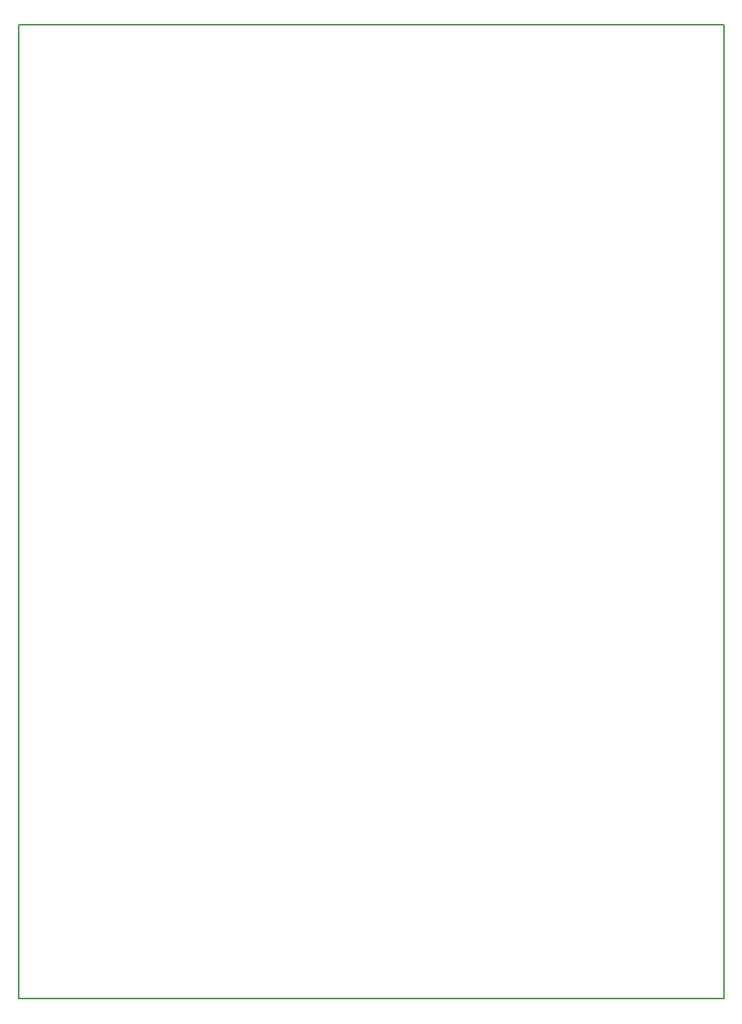
<source format=gm1>
G04*
G04 #@! TF.GenerationSoftware,Altium Limited,Altium Designer,22.3.1 (43)*
G04*
G04 Layer_Color=16711935*
%FSLAX25Y25*%
%MOIN*%
G70*
G04*
G04 #@! TF.SameCoordinates,C395B5EF-004D-46A1-A16D-054482529CD3*
G04*
G04*
G04 #@! TF.FilePolarity,Positive*
G04*
G01*
G75*
%ADD13C,0.00787*%
D13*
X353000Y526000D02*
X667000D01*
X667000Y93000D01*
X353000D02*
X667000D01*
X353000Y526000D02*
X353000Y93000D01*
M02*

</source>
